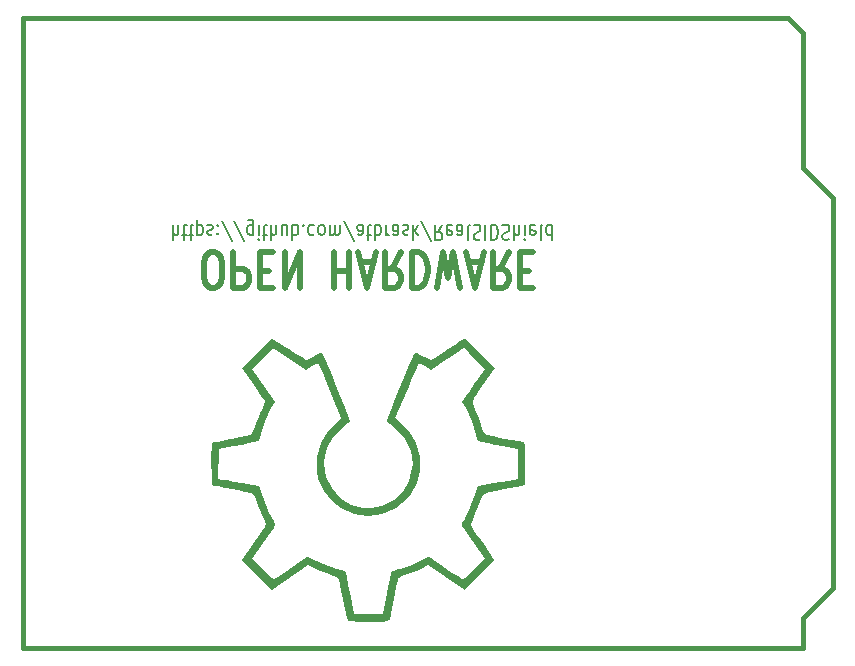
<source format=gbo>
G04 (created by PCBNEW-RS274X (2012-01-10 BZR 3351)-testing) date Lørdag '28en' 28. Juli 2012 13.38.29*
G01*
G70*
G90*
%MOIN*%
G04 Gerber Fmt 3.4, Leading zero omitted, Abs format*
%FSLAX34Y34*%
G04 APERTURE LIST*
%ADD10C,0.006000*%
%ADD11C,0.019700*%
%ADD12C,0.007100*%
%ADD13C,0.015000*%
%ADD14C,0.000100*%
%ADD15R,0.082000X0.110000*%
%ADD16O,0.082000X0.110000*%
%ADD17O,0.080000X0.120000*%
%ADD18C,0.175000*%
%ADD19C,0.118400*%
%ADD20C,0.086900*%
G04 APERTURE END LIST*
G54D10*
G54D11*
X30556Y-26698D02*
X30727Y-26698D01*
X30813Y-26641D01*
X30899Y-26527D01*
X30941Y-26298D01*
X30941Y-25898D01*
X30899Y-25670D01*
X30813Y-25555D01*
X30727Y-25498D01*
X30556Y-25498D01*
X30470Y-25555D01*
X30384Y-25670D01*
X30341Y-25898D01*
X30341Y-26298D01*
X30384Y-26527D01*
X30470Y-26641D01*
X30556Y-26698D01*
X31327Y-25498D02*
X31327Y-26698D01*
X31670Y-26698D01*
X31756Y-26641D01*
X31799Y-26584D01*
X31842Y-26470D01*
X31842Y-26298D01*
X31799Y-26184D01*
X31756Y-26127D01*
X31670Y-26070D01*
X31327Y-26070D01*
X32227Y-26127D02*
X32527Y-26127D01*
X32656Y-25498D02*
X32227Y-25498D01*
X32227Y-26698D01*
X32656Y-26698D01*
X33041Y-25498D02*
X33041Y-26698D01*
X33556Y-25498D01*
X33556Y-26698D01*
X34670Y-25498D02*
X34670Y-26698D01*
X34670Y-26127D02*
X35185Y-26127D01*
X35185Y-25498D02*
X35185Y-26698D01*
X35570Y-25841D02*
X35999Y-25841D01*
X35485Y-25498D02*
X35785Y-26698D01*
X36085Y-25498D01*
X36899Y-25498D02*
X36599Y-26070D01*
X36384Y-25498D02*
X36384Y-26698D01*
X36727Y-26698D01*
X36813Y-26641D01*
X36856Y-26584D01*
X36899Y-26470D01*
X36899Y-26298D01*
X36856Y-26184D01*
X36813Y-26127D01*
X36727Y-26070D01*
X36384Y-26070D01*
X37284Y-25498D02*
X37284Y-26698D01*
X37499Y-26698D01*
X37627Y-26641D01*
X37713Y-26527D01*
X37756Y-26413D01*
X37799Y-26184D01*
X37799Y-26013D01*
X37756Y-25784D01*
X37713Y-25670D01*
X37627Y-25555D01*
X37499Y-25498D01*
X37284Y-25498D01*
X38099Y-26698D02*
X38313Y-25498D01*
X38484Y-26355D01*
X38656Y-25498D01*
X38870Y-26698D01*
X39170Y-25841D02*
X39599Y-25841D01*
X39085Y-25498D02*
X39385Y-26698D01*
X39685Y-25498D01*
X40499Y-25498D02*
X40199Y-26070D01*
X39984Y-25498D02*
X39984Y-26698D01*
X40327Y-26698D01*
X40413Y-26641D01*
X40456Y-26584D01*
X40499Y-26470D01*
X40499Y-26298D01*
X40456Y-26184D01*
X40413Y-26127D01*
X40327Y-26070D01*
X39984Y-26070D01*
X40884Y-26127D02*
X41184Y-26127D01*
X41313Y-25498D02*
X40884Y-25498D01*
X40884Y-26698D01*
X41313Y-26698D01*
G54D12*
X29319Y-24596D02*
X29319Y-25108D01*
X29488Y-24596D02*
X29488Y-24864D01*
X29469Y-24913D01*
X29431Y-24937D01*
X29375Y-24937D01*
X29338Y-24913D01*
X29319Y-24888D01*
X29619Y-24937D02*
X29769Y-24937D01*
X29675Y-25108D02*
X29675Y-24669D01*
X29694Y-24620D01*
X29731Y-24596D01*
X29769Y-24596D01*
X29844Y-24937D02*
X29994Y-24937D01*
X29900Y-25108D02*
X29900Y-24669D01*
X29919Y-24620D01*
X29956Y-24596D01*
X29994Y-24596D01*
X30125Y-24937D02*
X30125Y-24425D01*
X30125Y-24913D02*
X30162Y-24937D01*
X30237Y-24937D01*
X30275Y-24913D01*
X30294Y-24888D01*
X30312Y-24840D01*
X30312Y-24693D01*
X30294Y-24645D01*
X30275Y-24620D01*
X30237Y-24596D01*
X30162Y-24596D01*
X30125Y-24620D01*
X30462Y-24620D02*
X30500Y-24596D01*
X30575Y-24596D01*
X30612Y-24620D01*
X30631Y-24669D01*
X30631Y-24693D01*
X30612Y-24742D01*
X30575Y-24766D01*
X30518Y-24766D01*
X30481Y-24791D01*
X30462Y-24840D01*
X30462Y-24864D01*
X30481Y-24913D01*
X30518Y-24937D01*
X30575Y-24937D01*
X30612Y-24913D01*
X30800Y-24645D02*
X30819Y-24620D01*
X30800Y-24596D01*
X30781Y-24620D01*
X30800Y-24645D01*
X30800Y-24596D01*
X30800Y-24913D02*
X30819Y-24888D01*
X30800Y-24864D01*
X30781Y-24888D01*
X30800Y-24913D01*
X30800Y-24864D01*
X31269Y-25132D02*
X30932Y-24474D01*
X31682Y-25132D02*
X31345Y-24474D01*
X31983Y-24937D02*
X31983Y-24523D01*
X31964Y-24474D01*
X31945Y-24449D01*
X31908Y-24425D01*
X31851Y-24425D01*
X31814Y-24449D01*
X31983Y-24620D02*
X31945Y-24596D01*
X31870Y-24596D01*
X31833Y-24620D01*
X31814Y-24645D01*
X31795Y-24693D01*
X31795Y-24840D01*
X31814Y-24888D01*
X31833Y-24913D01*
X31870Y-24937D01*
X31945Y-24937D01*
X31983Y-24913D01*
X32170Y-24596D02*
X32170Y-24937D01*
X32170Y-25108D02*
X32151Y-25083D01*
X32170Y-25059D01*
X32189Y-25083D01*
X32170Y-25108D01*
X32170Y-25059D01*
X32302Y-24937D02*
X32452Y-24937D01*
X32358Y-25108D02*
X32358Y-24669D01*
X32377Y-24620D01*
X32414Y-24596D01*
X32452Y-24596D01*
X32583Y-24596D02*
X32583Y-25108D01*
X32752Y-24596D02*
X32752Y-24864D01*
X32733Y-24913D01*
X32695Y-24937D01*
X32639Y-24937D01*
X32602Y-24913D01*
X32583Y-24888D01*
X33108Y-24937D02*
X33108Y-24596D01*
X32939Y-24937D02*
X32939Y-24669D01*
X32958Y-24620D01*
X32995Y-24596D01*
X33051Y-24596D01*
X33089Y-24620D01*
X33108Y-24645D01*
X33295Y-24596D02*
X33295Y-25108D01*
X33295Y-24913D02*
X33332Y-24937D01*
X33407Y-24937D01*
X33445Y-24913D01*
X33464Y-24888D01*
X33482Y-24840D01*
X33482Y-24693D01*
X33464Y-24645D01*
X33445Y-24620D01*
X33407Y-24596D01*
X33332Y-24596D01*
X33295Y-24620D01*
X33651Y-24645D02*
X33670Y-24620D01*
X33651Y-24596D01*
X33632Y-24620D01*
X33651Y-24645D01*
X33651Y-24596D01*
X34008Y-24620D02*
X33970Y-24596D01*
X33895Y-24596D01*
X33858Y-24620D01*
X33839Y-24645D01*
X33820Y-24693D01*
X33820Y-24840D01*
X33839Y-24888D01*
X33858Y-24913D01*
X33895Y-24937D01*
X33970Y-24937D01*
X34008Y-24913D01*
X34233Y-24596D02*
X34196Y-24620D01*
X34177Y-24645D01*
X34158Y-24693D01*
X34158Y-24840D01*
X34177Y-24888D01*
X34196Y-24913D01*
X34233Y-24937D01*
X34289Y-24937D01*
X34327Y-24913D01*
X34346Y-24888D01*
X34364Y-24840D01*
X34364Y-24693D01*
X34346Y-24645D01*
X34327Y-24620D01*
X34289Y-24596D01*
X34233Y-24596D01*
X34533Y-24596D02*
X34533Y-24937D01*
X34533Y-24888D02*
X34552Y-24913D01*
X34589Y-24937D01*
X34645Y-24937D01*
X34683Y-24913D01*
X34702Y-24864D01*
X34702Y-24596D01*
X34702Y-24864D02*
X34720Y-24913D01*
X34758Y-24937D01*
X34814Y-24937D01*
X34852Y-24913D01*
X34871Y-24864D01*
X34871Y-24596D01*
X35339Y-25132D02*
X35002Y-24474D01*
X35640Y-24596D02*
X35640Y-24864D01*
X35621Y-24913D01*
X35583Y-24937D01*
X35508Y-24937D01*
X35471Y-24913D01*
X35640Y-24620D02*
X35602Y-24596D01*
X35508Y-24596D01*
X35471Y-24620D01*
X35452Y-24669D01*
X35452Y-24718D01*
X35471Y-24766D01*
X35508Y-24791D01*
X35602Y-24791D01*
X35640Y-24815D01*
X35771Y-24937D02*
X35921Y-24937D01*
X35827Y-25108D02*
X35827Y-24669D01*
X35846Y-24620D01*
X35883Y-24596D01*
X35921Y-24596D01*
X36052Y-24596D02*
X36052Y-25108D01*
X36052Y-24913D02*
X36089Y-24937D01*
X36164Y-24937D01*
X36202Y-24913D01*
X36221Y-24888D01*
X36239Y-24840D01*
X36239Y-24693D01*
X36221Y-24645D01*
X36202Y-24620D01*
X36164Y-24596D01*
X36089Y-24596D01*
X36052Y-24620D01*
X36408Y-24596D02*
X36408Y-24937D01*
X36408Y-24840D02*
X36427Y-24888D01*
X36445Y-24913D01*
X36483Y-24937D01*
X36520Y-24937D01*
X36821Y-24596D02*
X36821Y-24864D01*
X36802Y-24913D01*
X36764Y-24937D01*
X36689Y-24937D01*
X36652Y-24913D01*
X36821Y-24620D02*
X36783Y-24596D01*
X36689Y-24596D01*
X36652Y-24620D01*
X36633Y-24669D01*
X36633Y-24718D01*
X36652Y-24766D01*
X36689Y-24791D01*
X36783Y-24791D01*
X36821Y-24815D01*
X36989Y-24620D02*
X37027Y-24596D01*
X37102Y-24596D01*
X37139Y-24620D01*
X37158Y-24669D01*
X37158Y-24693D01*
X37139Y-24742D01*
X37102Y-24766D01*
X37045Y-24766D01*
X37008Y-24791D01*
X36989Y-24840D01*
X36989Y-24864D01*
X37008Y-24913D01*
X37045Y-24937D01*
X37102Y-24937D01*
X37139Y-24913D01*
X37327Y-24596D02*
X37327Y-25108D01*
X37364Y-24791D02*
X37477Y-24596D01*
X37477Y-24937D02*
X37327Y-24742D01*
X37927Y-25132D02*
X37590Y-24474D01*
X38284Y-24596D02*
X38153Y-24840D01*
X38059Y-24596D02*
X38059Y-25108D01*
X38209Y-25108D01*
X38246Y-25083D01*
X38265Y-25059D01*
X38284Y-25010D01*
X38284Y-24937D01*
X38265Y-24888D01*
X38246Y-24864D01*
X38209Y-24840D01*
X38059Y-24840D01*
X38603Y-24620D02*
X38565Y-24596D01*
X38490Y-24596D01*
X38453Y-24620D01*
X38434Y-24669D01*
X38434Y-24864D01*
X38453Y-24913D01*
X38490Y-24937D01*
X38565Y-24937D01*
X38603Y-24913D01*
X38622Y-24864D01*
X38622Y-24815D01*
X38434Y-24766D01*
X38960Y-24596D02*
X38960Y-24864D01*
X38941Y-24913D01*
X38903Y-24937D01*
X38828Y-24937D01*
X38791Y-24913D01*
X38960Y-24620D02*
X38922Y-24596D01*
X38828Y-24596D01*
X38791Y-24620D01*
X38772Y-24669D01*
X38772Y-24718D01*
X38791Y-24766D01*
X38828Y-24791D01*
X38922Y-24791D01*
X38960Y-24815D01*
X39203Y-24596D02*
X39166Y-24620D01*
X39147Y-24669D01*
X39147Y-25108D01*
X39334Y-24620D02*
X39390Y-24596D01*
X39484Y-24596D01*
X39522Y-24620D01*
X39540Y-24645D01*
X39559Y-24693D01*
X39559Y-24742D01*
X39540Y-24791D01*
X39522Y-24815D01*
X39484Y-24840D01*
X39409Y-24864D01*
X39372Y-24888D01*
X39353Y-24913D01*
X39334Y-24961D01*
X39334Y-25010D01*
X39353Y-25059D01*
X39372Y-25083D01*
X39409Y-25108D01*
X39503Y-25108D01*
X39559Y-25083D01*
X39728Y-24596D02*
X39728Y-25108D01*
X39916Y-24596D02*
X39916Y-25108D01*
X40010Y-25108D01*
X40066Y-25083D01*
X40103Y-25035D01*
X40122Y-24986D01*
X40141Y-24888D01*
X40141Y-24815D01*
X40122Y-24718D01*
X40103Y-24669D01*
X40066Y-24620D01*
X40010Y-24596D01*
X39916Y-24596D01*
X40291Y-24620D02*
X40347Y-24596D01*
X40441Y-24596D01*
X40479Y-24620D01*
X40497Y-24645D01*
X40516Y-24693D01*
X40516Y-24742D01*
X40497Y-24791D01*
X40479Y-24815D01*
X40441Y-24840D01*
X40366Y-24864D01*
X40329Y-24888D01*
X40310Y-24913D01*
X40291Y-24961D01*
X40291Y-25010D01*
X40310Y-25059D01*
X40329Y-25083D01*
X40366Y-25108D01*
X40460Y-25108D01*
X40516Y-25083D01*
X40685Y-24596D02*
X40685Y-25108D01*
X40854Y-24596D02*
X40854Y-24864D01*
X40835Y-24913D01*
X40797Y-24937D01*
X40741Y-24937D01*
X40704Y-24913D01*
X40685Y-24888D01*
X41041Y-24596D02*
X41041Y-24937D01*
X41041Y-25108D02*
X41022Y-25083D01*
X41041Y-25059D01*
X41060Y-25083D01*
X41041Y-25108D01*
X41041Y-25059D01*
X41379Y-24620D02*
X41341Y-24596D01*
X41266Y-24596D01*
X41229Y-24620D01*
X41210Y-24669D01*
X41210Y-24864D01*
X41229Y-24913D01*
X41266Y-24937D01*
X41341Y-24937D01*
X41379Y-24913D01*
X41398Y-24864D01*
X41398Y-24815D01*
X41210Y-24766D01*
X41623Y-24596D02*
X41586Y-24620D01*
X41567Y-24669D01*
X41567Y-25108D01*
X41942Y-24596D02*
X41942Y-25108D01*
X41942Y-24620D02*
X41904Y-24596D01*
X41829Y-24596D01*
X41792Y-24620D01*
X41773Y-24645D01*
X41754Y-24693D01*
X41754Y-24840D01*
X41773Y-24888D01*
X41792Y-24913D01*
X41829Y-24937D01*
X41904Y-24937D01*
X41942Y-24913D01*
G54D13*
X24300Y-38700D02*
X24300Y-17700D01*
X50300Y-38700D02*
X24300Y-38700D01*
X50300Y-37700D02*
X50300Y-38700D01*
X51300Y-36700D02*
X50300Y-37700D01*
X51300Y-23700D02*
X51300Y-36700D01*
X50300Y-22700D02*
X51300Y-23700D01*
X50300Y-18200D02*
X50300Y-22700D01*
X49800Y-17700D02*
X50300Y-18200D01*
X24300Y-17700D02*
X49800Y-17700D01*
G54D14*
G36*
X32621Y-28396D02*
X32586Y-28418D01*
X32472Y-28516D01*
X32302Y-28676D01*
X32098Y-28878D01*
X31621Y-29359D01*
X31946Y-29836D01*
X32005Y-29923D01*
X32149Y-30132D01*
X32258Y-30288D01*
X32311Y-30363D01*
X32324Y-30380D01*
X32365Y-30474D01*
X32347Y-30595D01*
X32264Y-30786D01*
X32250Y-30815D01*
X32141Y-31069D01*
X32047Y-31320D01*
X32039Y-31345D01*
X31962Y-31532D01*
X31900Y-31609D01*
X31884Y-31613D01*
X31761Y-31638D01*
X31553Y-31679D01*
X31294Y-31728D01*
X31209Y-31744D01*
X30958Y-31791D01*
X30766Y-31828D01*
X30669Y-31847D01*
X30647Y-31853D01*
X30621Y-31874D01*
X30606Y-31932D01*
X30598Y-32050D01*
X30595Y-32252D01*
X30594Y-32564D01*
X30596Y-32898D01*
X30603Y-33116D01*
X30616Y-33237D01*
X30636Y-33280D01*
X30668Y-33288D01*
X30810Y-33317D01*
X31034Y-33360D01*
X31310Y-33412D01*
X31474Y-33444D01*
X31723Y-33497D01*
X31903Y-33541D01*
X31981Y-33571D01*
X31988Y-33579D01*
X32040Y-33682D01*
X32104Y-33846D01*
X32111Y-33865D01*
X32203Y-34096D01*
X32306Y-34325D01*
X32370Y-34464D01*
X32402Y-34573D01*
X32388Y-34642D01*
X32367Y-34677D01*
X32281Y-34809D01*
X32148Y-35008D01*
X31988Y-35244D01*
X31625Y-35777D01*
X32620Y-36771D01*
X33828Y-35949D01*
X34081Y-36064D01*
X34318Y-36163D01*
X34550Y-36251D01*
X34589Y-36265D01*
X34744Y-36328D01*
X34826Y-36376D01*
X34841Y-36417D01*
X34879Y-36568D01*
X34928Y-36800D01*
X34982Y-37083D01*
X35019Y-37275D01*
X35070Y-37527D01*
X35111Y-37708D01*
X35136Y-37787D01*
X35169Y-37803D01*
X35285Y-37818D01*
X35498Y-37826D01*
X35827Y-37829D01*
X36076Y-37828D01*
X36320Y-37821D01*
X36462Y-37808D01*
X36518Y-37787D01*
X36532Y-37747D01*
X36569Y-37597D01*
X36617Y-37365D01*
X36672Y-37083D01*
X36708Y-36890D01*
X36760Y-36638D01*
X36802Y-36457D01*
X36829Y-36376D01*
X36837Y-36369D01*
X36939Y-36315D01*
X37104Y-36251D01*
X37115Y-36247D01*
X37351Y-36158D01*
X37585Y-36059D01*
X37826Y-35949D01*
X39034Y-36771D01*
X40029Y-35777D01*
X39666Y-35244D01*
X39574Y-35108D01*
X39427Y-34890D01*
X39318Y-34725D01*
X39266Y-34642D01*
X39252Y-34591D01*
X39273Y-34495D01*
X39348Y-34325D01*
X39358Y-34304D01*
X39461Y-34070D01*
X39550Y-33846D01*
X39562Y-33813D01*
X39626Y-33656D01*
X39673Y-33571D01*
X39704Y-33556D01*
X39845Y-33517D01*
X40069Y-33466D01*
X40344Y-33412D01*
X40509Y-33381D01*
X40759Y-33334D01*
X40939Y-33298D01*
X41018Y-33280D01*
X41038Y-33238D01*
X41051Y-33117D01*
X41058Y-32899D01*
X41060Y-32565D01*
X41060Y-32535D01*
X41059Y-32231D01*
X41054Y-32035D01*
X41045Y-31922D01*
X41028Y-31869D01*
X41002Y-31851D01*
X40975Y-31844D01*
X40837Y-31817D01*
X40617Y-31775D01*
X40347Y-31724D01*
X40216Y-31700D01*
X39968Y-31647D01*
X39787Y-31601D01*
X39706Y-31570D01*
X39699Y-31561D01*
X39648Y-31455D01*
X39590Y-31287D01*
X39507Y-31052D01*
X39406Y-30822D01*
X39341Y-30678D01*
X39296Y-30490D01*
X39338Y-30366D01*
X39351Y-30349D01*
X39430Y-30239D01*
X39556Y-30058D01*
X39708Y-29836D01*
X40033Y-29359D01*
X39556Y-28878D01*
X39414Y-28736D01*
X39231Y-28561D01*
X39097Y-28441D01*
X39033Y-28396D01*
X39008Y-28406D01*
X38890Y-28475D01*
X38704Y-28594D01*
X38476Y-28746D01*
X38355Y-28828D01*
X38143Y-28966D01*
X37986Y-29061D01*
X37911Y-29096D01*
X37897Y-29094D01*
X37788Y-29052D01*
X37627Y-28971D01*
X37449Y-28887D01*
X37366Y-28880D01*
X37360Y-28890D01*
X37309Y-28995D01*
X37224Y-29190D01*
X37113Y-29451D01*
X36987Y-29756D01*
X36855Y-30080D01*
X36726Y-30399D01*
X36611Y-30690D01*
X36519Y-30929D01*
X36459Y-31092D01*
X36441Y-31157D01*
X36452Y-31167D01*
X36542Y-31237D01*
X36685Y-31347D01*
X36761Y-31407D01*
X37061Y-31737D01*
X37241Y-32124D01*
X37300Y-32567D01*
X37294Y-32706D01*
X37192Y-33128D01*
X36979Y-33491D01*
X36665Y-33780D01*
X36263Y-33978D01*
X36236Y-33986D01*
X35962Y-34029D01*
X35655Y-34026D01*
X35391Y-33978D01*
X35258Y-33928D01*
X34882Y-33700D01*
X34598Y-33386D01*
X34418Y-33003D01*
X34354Y-32567D01*
X34356Y-32473D01*
X34440Y-32041D01*
X34644Y-31665D01*
X34969Y-31347D01*
X35021Y-31307D01*
X35150Y-31208D01*
X35213Y-31156D01*
X35213Y-31149D01*
X35182Y-31054D01*
X35112Y-30866D01*
X35012Y-30609D01*
X34892Y-30308D01*
X34761Y-29985D01*
X34630Y-29665D01*
X34507Y-29370D01*
X34403Y-29125D01*
X34327Y-28954D01*
X34288Y-28880D01*
X34207Y-28886D01*
X34027Y-28971D01*
X33983Y-28994D01*
X33831Y-29067D01*
X33743Y-29096D01*
X33716Y-29087D01*
X33596Y-29019D01*
X33407Y-28900D01*
X33178Y-28746D01*
X33057Y-28664D01*
X32847Y-28527D01*
X32693Y-28432D01*
X32652Y-28412D01*
X32652Y-28689D01*
X33734Y-29434D01*
X33935Y-29314D01*
X33961Y-29299D01*
X34092Y-29231D01*
X34155Y-29213D01*
X34163Y-29228D01*
X34214Y-29341D01*
X34301Y-29545D01*
X34417Y-29819D01*
X34550Y-30139D01*
X34926Y-31047D01*
X34819Y-31129D01*
X34477Y-31464D01*
X34232Y-31872D01*
X34102Y-32325D01*
X34097Y-32802D01*
X34160Y-33077D01*
X34342Y-33460D01*
X34606Y-33801D01*
X34922Y-34054D01*
X35351Y-34239D01*
X35817Y-34307D01*
X36282Y-34245D01*
X36732Y-34054D01*
X36960Y-33886D01*
X37242Y-33567D01*
X37450Y-33191D01*
X37557Y-32802D01*
X37553Y-32335D01*
X37425Y-31880D01*
X37183Y-31472D01*
X36835Y-31129D01*
X36728Y-31047D01*
X37104Y-30139D01*
X37165Y-29991D01*
X37292Y-29689D01*
X37396Y-29444D01*
X37468Y-29278D01*
X37499Y-29213D01*
X37503Y-29212D01*
X37581Y-29239D01*
X37719Y-29314D01*
X37920Y-29434D01*
X38455Y-29065D01*
X38602Y-28965D01*
X38804Y-28826D01*
X38946Y-28732D01*
X39001Y-28696D01*
X39003Y-28697D01*
X39063Y-28753D01*
X39189Y-28876D01*
X39357Y-29044D01*
X39703Y-29391D01*
X39464Y-29743D01*
X39351Y-29908D01*
X39201Y-30127D01*
X39088Y-30292D01*
X38952Y-30489D01*
X39076Y-30710D01*
X39273Y-31135D01*
X39424Y-31596D01*
X39480Y-31812D01*
X39662Y-31853D01*
X39822Y-31887D01*
X40060Y-31935D01*
X40327Y-31987D01*
X40810Y-32079D01*
X40828Y-33056D01*
X40669Y-33089D01*
X40654Y-33092D01*
X40496Y-33123D01*
X40259Y-33167D01*
X39988Y-33216D01*
X39467Y-33310D01*
X39344Y-33684D01*
X39291Y-33831D01*
X39180Y-34099D01*
X39073Y-34317D01*
X39032Y-34392D01*
X38962Y-34541D01*
X38941Y-34620D01*
X38960Y-34651D01*
X39040Y-34775D01*
X39169Y-34967D01*
X39330Y-35200D01*
X39701Y-35737D01*
X39356Y-36083D01*
X39331Y-36108D01*
X39162Y-36268D01*
X39032Y-36378D01*
X38968Y-36413D01*
X38938Y-36396D01*
X38816Y-36317D01*
X38626Y-36189D01*
X38394Y-36030D01*
X38252Y-35932D01*
X38047Y-35793D01*
X37902Y-35698D01*
X37842Y-35662D01*
X37802Y-35678D01*
X37670Y-35738D01*
X37482Y-35828D01*
X37355Y-35888D01*
X37096Y-35994D01*
X36877Y-36069D01*
X36812Y-36087D01*
X36663Y-36130D01*
X36598Y-36151D01*
X36596Y-36153D01*
X36576Y-36222D01*
X36539Y-36391D01*
X36485Y-36670D01*
X36409Y-37071D01*
X36318Y-37562D01*
X35336Y-37562D01*
X35230Y-36993D01*
X35159Y-36614D01*
X35107Y-36354D01*
X35074Y-36203D01*
X35056Y-36151D01*
X35045Y-36146D01*
X34945Y-36116D01*
X34777Y-36069D01*
X34670Y-36035D01*
X34420Y-35939D01*
X34172Y-35828D01*
X34027Y-35758D01*
X33879Y-35689D01*
X33814Y-35662D01*
X33789Y-35676D01*
X33674Y-35750D01*
X33490Y-35873D01*
X33260Y-36030D01*
X33118Y-36128D01*
X32907Y-36271D01*
X32754Y-36372D01*
X32685Y-36414D01*
X32681Y-36414D01*
X32607Y-36367D01*
X32471Y-36249D01*
X32298Y-36083D01*
X31953Y-35737D01*
X32325Y-35200D01*
X32425Y-35055D01*
X32568Y-34844D01*
X32670Y-34690D01*
X32713Y-34620D01*
X32711Y-34597D01*
X32667Y-34482D01*
X32581Y-34317D01*
X32521Y-34202D01*
X32408Y-33945D01*
X32310Y-33684D01*
X32187Y-33310D01*
X31621Y-33208D01*
X31353Y-33159D01*
X31126Y-33117D01*
X30985Y-33089D01*
X30826Y-33056D01*
X30844Y-32079D01*
X31327Y-31987D01*
X31600Y-31934D01*
X31836Y-31886D01*
X31992Y-31853D01*
X32174Y-31812D01*
X32230Y-31596D01*
X32232Y-31585D01*
X32385Y-31125D01*
X32583Y-30702D01*
X32702Y-30489D01*
X32566Y-30292D01*
X32486Y-30176D01*
X32342Y-29966D01*
X32190Y-29743D01*
X31950Y-29391D01*
X32652Y-28689D01*
X32652Y-28412D01*
X32621Y-28396D01*
X32621Y-28396D01*
G37*
%LPC*%
G54D15*
X29228Y-27705D03*
G54D16*
X30228Y-27705D03*
X31228Y-27705D03*
X32228Y-27705D03*
X33228Y-27705D03*
X34228Y-27705D03*
X35228Y-27705D03*
X36228Y-27705D03*
X37228Y-27705D03*
X38228Y-27705D03*
X39228Y-27705D03*
X40228Y-27705D03*
X41228Y-27705D03*
X42228Y-27705D03*
X42228Y-21705D03*
X41228Y-21705D03*
X40228Y-21705D03*
X39228Y-21705D03*
X38228Y-21705D03*
X37228Y-21705D03*
X36228Y-21705D03*
X35228Y-21705D03*
X34228Y-21705D03*
X33228Y-21705D03*
X32228Y-21705D03*
X31228Y-21705D03*
X30228Y-21705D03*
X29228Y-21705D03*
G54D17*
X49300Y-37700D03*
X48300Y-37700D03*
X47300Y-37700D03*
X44300Y-37700D03*
X45300Y-37700D03*
X46300Y-37700D03*
X42300Y-37700D03*
X41300Y-37700D03*
X40300Y-37700D03*
X38300Y-37700D03*
X37300Y-37700D03*
X49300Y-18700D03*
X48300Y-18700D03*
X47300Y-18700D03*
X46300Y-18700D03*
X45300Y-18700D03*
X44300Y-18700D03*
X43300Y-18700D03*
X42300Y-18700D03*
X40700Y-18700D03*
X39700Y-18700D03*
X38700Y-18700D03*
X37700Y-18700D03*
X36700Y-18700D03*
X35700Y-18700D03*
X34700Y-18700D03*
X33700Y-18700D03*
X39300Y-37700D03*
G54D18*
X50300Y-35700D03*
X50300Y-24700D03*
X30300Y-18700D03*
X29800Y-37700D03*
G54D19*
X28740Y-33701D03*
X25590Y-33583D03*
X25590Y-36103D03*
X28740Y-35985D03*
G54D20*
X25000Y-34843D03*
X27756Y-34843D03*
M02*

</source>
